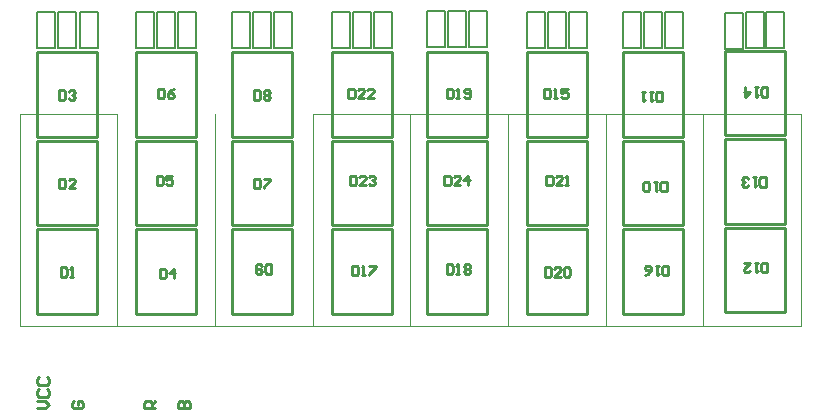
<source format=gbr>
%TF.GenerationSoftware,Altium Limited,Altium Designer,24.3.1 (35)*%
G04 Layer_Color=65535*
%FSLAX45Y45*%
%MOMM*%
%TF.SameCoordinates,A20972E9-028A-4597-9386-5314E3457622*%
%TF.FilePolarity,Positive*%
%TF.FileFunction,Legend,Top*%
%TF.Part,Single*%
G01*
G75*
%TA.AperFunction,NonConductor*%
%ADD16C,0.25400*%
%ADD17C,0.20000*%
%ADD18C,0.01270*%
D16*
X5981700Y1524000D02*
Y2243137D01*
X6489700Y1524000D02*
Y2243137D01*
X5981700Y1524000D02*
X6489700D01*
X5981700Y2243137D02*
X6489700D01*
X152400Y3009900D02*
Y3729037D01*
X660400Y3009900D02*
Y3729037D01*
X152400Y3009900D02*
X660400D01*
X152400Y3729037D02*
X660400D01*
X5981700Y3022600D02*
Y3741737D01*
X6489700Y3022600D02*
Y3741737D01*
X5981700Y3022600D02*
X6489700D01*
X5981700Y3741737D02*
X6489700D01*
X5981700Y2273300D02*
Y2992438D01*
X6489700Y2273300D02*
Y2992438D01*
X5981700Y2273300D02*
X6489700D01*
X5981700Y2992438D02*
X6489700D01*
X5118100Y3009900D02*
Y3729037D01*
X5626100Y3009900D02*
Y3729037D01*
X5118100Y3009900D02*
X5626100D01*
X5118100Y3729037D02*
X5626100D01*
X4305300Y3009900D02*
Y3729037D01*
X4813300Y3009900D02*
Y3729037D01*
X4305300Y3009900D02*
X4813300D01*
X4305300Y3729037D02*
X4813300D01*
X5118100Y2260600D02*
Y2979737D01*
X5626100Y2260600D02*
Y2979737D01*
X5118100Y2260600D02*
X5626100D01*
X5118100Y2979737D02*
X5626100D01*
X5118100Y1511300D02*
Y2230438D01*
X5626100Y1511300D02*
Y2230438D01*
X5118100Y1511300D02*
X5626100D01*
X5118100Y2230438D02*
X5626100D01*
X4305300Y2260600D02*
Y2979737D01*
X4813300Y2260600D02*
Y2979737D01*
X4305300Y2260600D02*
X4813300D01*
X4305300Y2979737D02*
X4813300D01*
X4305300Y1511300D02*
Y2230438D01*
X4813300Y1511300D02*
Y2230438D01*
X4305300Y1511300D02*
X4813300D01*
X4305300Y2230438D02*
X4813300D01*
X3454400Y3009900D02*
Y3729037D01*
X3962400Y3009900D02*
Y3729037D01*
X3454400Y3009900D02*
X3962400D01*
X3454400Y3729037D02*
X3962400D01*
X3454400Y2260600D02*
Y2979737D01*
X3962400Y2260600D02*
Y2979737D01*
X3454400Y2260600D02*
X3962400D01*
X3454400Y2979737D02*
X3962400D01*
X3454400Y1511300D02*
Y2230438D01*
X3962400Y1511300D02*
Y2230438D01*
X3454400Y1511300D02*
X3962400D01*
X3454400Y2230438D02*
X3962400D01*
X2654300Y3009900D02*
Y3729037D01*
X3162300Y3009900D02*
Y3729037D01*
X2654300Y3009900D02*
X3162300D01*
X2654300Y3729037D02*
X3162300D01*
X2654300Y2260600D02*
Y2979737D01*
X3162300Y2260600D02*
Y2979737D01*
X2654300Y2260600D02*
X3162300D01*
X2654300Y2979737D02*
X3162300D01*
X2654300Y1511300D02*
Y2230438D01*
X3162300Y1511300D02*
Y2230438D01*
X2654300Y1511300D02*
X3162300D01*
X2654300Y2230438D02*
X3162300D01*
X1803400Y3009900D02*
Y3729037D01*
X2311400Y3009900D02*
Y3729037D01*
X1803400Y3009900D02*
X2311400D01*
X1803400Y3729037D02*
X2311400D01*
X1803400Y2260600D02*
Y2979737D01*
X2311400Y2260600D02*
Y2979737D01*
X1803400Y2260600D02*
X2311400D01*
X1803400Y2979737D02*
X2311400D01*
X152400Y1511300D02*
Y2230438D01*
X660400Y1511300D02*
Y2230438D01*
X152400Y1511300D02*
X660400D01*
X152400Y2230438D02*
X660400D01*
X990600Y3009900D02*
Y3729037D01*
X1498600Y3009900D02*
Y3729037D01*
X990600Y3009900D02*
X1498600D01*
X990600Y3729037D02*
X1498600D01*
X990600Y2260600D02*
Y2979737D01*
X1498600Y2260600D02*
Y2979737D01*
X990600Y2260600D02*
X1498600D01*
X990600Y2979737D02*
X1498600D01*
X990600Y1511300D02*
Y2230438D01*
X1498600Y1511300D02*
Y2230438D01*
X990600Y1511300D02*
X1498600D01*
X990600Y2230438D02*
X1498600D01*
X1803400Y1511300D02*
Y2230438D01*
X2311400Y1511300D02*
Y2230438D01*
X1803400Y1511300D02*
X2311400D01*
X1803400Y2230438D02*
X2311400D01*
X152400Y2260600D02*
Y2979737D01*
X660400Y2260600D02*
Y2979737D01*
X152400Y2260600D02*
X660400D01*
X152400Y2979737D02*
X660400D01*
X1347832Y711200D02*
X1447800D01*
Y761184D01*
X1431139Y777845D01*
X1414477D01*
X1397816Y761184D01*
Y711200D01*
Y761184D01*
X1381155Y777845D01*
X1364494D01*
X1347832Y761184D01*
Y711200D01*
X1155700D02*
X1055732D01*
Y761184D01*
X1072394Y777845D01*
X1105716D01*
X1122377Y761184D01*
Y711200D01*
Y744523D02*
X1155700Y777845D01*
X462794D02*
X446132Y761184D01*
Y727861D01*
X462794Y711200D01*
X529439D01*
X546100Y727861D01*
Y761184D01*
X529439Y777845D01*
X496116D01*
Y744523D01*
X154032Y711200D02*
X220677D01*
X254000Y744523D01*
X220677Y777845D01*
X154032D01*
X170694Y877813D02*
X154032Y861152D01*
Y827829D01*
X170694Y811168D01*
X237339D01*
X254000Y827829D01*
Y861152D01*
X237339Y877813D01*
X170694Y977781D02*
X154032Y961119D01*
Y927797D01*
X170694Y911136D01*
X237339D01*
X254000Y927797D01*
Y961119D01*
X237339Y977781D01*
X3601768Y2681587D02*
Y2601613D01*
X3641755D01*
X3655084Y2614942D01*
Y2668258D01*
X3641755Y2681587D01*
X3601768D01*
X3735058Y2601613D02*
X3681742D01*
X3735058Y2654929D01*
Y2668258D01*
X3721729Y2681587D01*
X3695071D01*
X3681742Y2668258D01*
X3801703Y2601613D02*
Y2681587D01*
X3761716Y2641600D01*
X3815032D01*
X2801668Y2681587D02*
Y2601613D01*
X2841655D01*
X2854984Y2614942D01*
Y2668258D01*
X2841655Y2681587D01*
X2801668D01*
X2934958Y2601613D02*
X2881642D01*
X2934958Y2654929D01*
Y2668258D01*
X2921629Y2681587D01*
X2894971D01*
X2881642Y2668258D01*
X2961616D02*
X2974945Y2681587D01*
X3001603D01*
X3014932Y2668258D01*
Y2654929D01*
X3001603Y2641600D01*
X2988274D01*
X3001603D01*
X3014932Y2628271D01*
Y2614942D01*
X3001603Y2601613D01*
X2974945D01*
X2961616Y2614942D01*
X2788968Y3418187D02*
Y3338213D01*
X2828955D01*
X2842284Y3351542D01*
Y3404858D01*
X2828955Y3418187D01*
X2788968D01*
X2922258Y3338213D02*
X2868942D01*
X2922258Y3391529D01*
Y3404858D01*
X2908929Y3418187D01*
X2882271D01*
X2868942Y3404858D01*
X3002232Y3338213D02*
X2948916D01*
X3002232Y3391529D01*
Y3404858D01*
X2988903Y3418187D01*
X2962245D01*
X2948916Y3404858D01*
X4465997Y2681587D02*
Y2601613D01*
X4505984D01*
X4519313Y2614942D01*
Y2668258D01*
X4505984Y2681587D01*
X4465997D01*
X4599287Y2601613D02*
X4545971D01*
X4599287Y2654929D01*
Y2668258D01*
X4585958Y2681587D01*
X4559300D01*
X4545971Y2668258D01*
X4625945Y2601613D02*
X4652603D01*
X4639274D01*
Y2681587D01*
X4625945Y2668258D01*
X4452668Y1906887D02*
Y1826913D01*
X4492655D01*
X4505984Y1840242D01*
Y1893558D01*
X4492655Y1906887D01*
X4452668D01*
X4585958Y1826913D02*
X4532642D01*
X4585958Y1880229D01*
Y1893558D01*
X4572629Y1906887D01*
X4545971D01*
X4532642Y1893558D01*
X4612616D02*
X4625945Y1906887D01*
X4652603D01*
X4665932Y1893558D01*
Y1840242D01*
X4652603Y1826913D01*
X4625945D01*
X4612616Y1840242D01*
Y1893558D01*
X3621132Y3418187D02*
Y3338213D01*
X3661119D01*
X3674448Y3351542D01*
Y3404858D01*
X3661119Y3418187D01*
X3621132D01*
X3701106Y3338213D02*
X3727764D01*
X3714436D01*
Y3418187D01*
X3701106Y3404858D01*
X3767752Y3351542D02*
X3781081Y3338213D01*
X3807739D01*
X3821068Y3351542D01*
Y3404858D01*
X3807739Y3418187D01*
X3781081D01*
X3767752Y3404858D01*
Y3391529D01*
X3781081Y3378200D01*
X3821068D01*
X3621132Y1932287D02*
Y1852313D01*
X3661119D01*
X3674448Y1865642D01*
Y1918958D01*
X3661119Y1932287D01*
X3621132D01*
X3701106Y1852313D02*
X3727764D01*
X3714436D01*
Y1932287D01*
X3701106Y1918958D01*
X3767752D02*
X3781081Y1932287D01*
X3807739D01*
X3821068Y1918958D01*
Y1905629D01*
X3807739Y1892300D01*
X3821068Y1878971D01*
Y1865642D01*
X3807739Y1852313D01*
X3781081D01*
X3767752Y1865642D01*
Y1878971D01*
X3781081Y1892300D01*
X3767752Y1905629D01*
Y1918958D01*
X3781081Y1892300D02*
X3807739D01*
X2821032Y1919587D02*
Y1839613D01*
X2861019D01*
X2874348Y1852942D01*
Y1906258D01*
X2861019Y1919587D01*
X2821032D01*
X2901006Y1839613D02*
X2927664D01*
X2914336D01*
Y1919587D01*
X2901006Y1906258D01*
X2967652Y1919587D02*
X3020968D01*
Y1906258D01*
X2967652Y1852942D01*
Y1839613D01*
X5497468Y1839613D02*
Y1919587D01*
X5457481D01*
X5444152Y1906258D01*
Y1852942D01*
X5457481Y1839613D01*
X5497468D01*
X5417494Y1919587D02*
X5390836D01*
X5404164D01*
Y1839613D01*
X5417494Y1852942D01*
X5297532Y1839613D02*
X5324190Y1852942D01*
X5350848Y1879600D01*
Y1906258D01*
X5337519Y1919587D01*
X5310861D01*
X5297532Y1906258D01*
Y1892929D01*
X5310861Y1879600D01*
X5350848D01*
X4446632Y3418187D02*
Y3338213D01*
X4486619D01*
X4499948Y3351542D01*
Y3404858D01*
X4486619Y3418187D01*
X4446632D01*
X4526606Y3338213D02*
X4553264D01*
X4539936D01*
Y3418187D01*
X4526606Y3404858D01*
X4646568Y3418187D02*
X4593252D01*
Y3378200D01*
X4619910Y3391529D01*
X4633239D01*
X4646568Y3378200D01*
Y3351542D01*
X4633239Y3338213D01*
X4606581D01*
X4593252Y3351542D01*
X6335668Y3350913D02*
Y3430887D01*
X6295681D01*
X6282352Y3417558D01*
Y3364242D01*
X6295681Y3350913D01*
X6335668D01*
X6255694Y3430887D02*
X6229036D01*
X6242364D01*
Y3350913D01*
X6255694Y3364242D01*
X6149061Y3430887D02*
Y3350913D01*
X6189048Y3390900D01*
X6135732D01*
X6322968Y2588913D02*
Y2668887D01*
X6282981D01*
X6269652Y2655558D01*
Y2602242D01*
X6282981Y2588913D01*
X6322968D01*
X6242994Y2668887D02*
X6216336D01*
X6229664D01*
Y2588913D01*
X6242994Y2602242D01*
X6176348D02*
X6163019Y2588913D01*
X6136361D01*
X6123032Y2602242D01*
Y2615571D01*
X6136361Y2628900D01*
X6149690D01*
X6136361D01*
X6123032Y2642229D01*
Y2655558D01*
X6136361Y2668887D01*
X6163019D01*
X6176348Y2655558D01*
X6335668Y1865013D02*
Y1944987D01*
X6295681D01*
X6282352Y1931658D01*
Y1878342D01*
X6295681Y1865013D01*
X6335668D01*
X6255694Y1944987D02*
X6229036D01*
X6242364D01*
Y1865013D01*
X6255694Y1878342D01*
X6135732Y1944987D02*
X6189048D01*
X6135732Y1891671D01*
Y1878342D01*
X6149061Y1865013D01*
X6175719D01*
X6189048Y1878342D01*
X5446039Y3312813D02*
Y3392787D01*
X5406051D01*
X5392723Y3379458D01*
Y3326142D01*
X5406051Y3312813D01*
X5446039D01*
X5366064Y3392787D02*
X5339406D01*
X5352735D01*
Y3312813D01*
X5366064Y3326142D01*
X5299419Y3392787D02*
X5272761D01*
X5286090D01*
Y3312813D01*
X5299419Y3326142D01*
X5484768Y2550813D02*
Y2630787D01*
X5444781D01*
X5431452Y2617458D01*
Y2564142D01*
X5444781Y2550813D01*
X5484768D01*
X5404794Y2630787D02*
X5378136D01*
X5391464D01*
Y2550813D01*
X5404794Y2564142D01*
X5338148D02*
X5324819Y2550813D01*
X5298161D01*
X5284832Y2564142D01*
Y2617458D01*
X5298161Y2630787D01*
X5324819D01*
X5338148Y2617458D01*
Y2564142D01*
X2136745Y1852313D02*
Y1932287D01*
X2096758D01*
X2083429Y1918958D01*
Y1865642D01*
X2096758Y1852313D01*
X2136745D01*
X2056771Y1918958D02*
X2043442Y1932287D01*
X2016784D01*
X2003455Y1918958D01*
Y1865642D01*
X2016784Y1852313D01*
X2043442D01*
X2056771Y1865642D01*
Y1878971D01*
X2043442Y1892300D01*
X2003455D01*
X1990755Y3405487D02*
Y3325513D01*
X2030742D01*
X2044071Y3338842D01*
Y3392158D01*
X2030742Y3405487D01*
X1990755D01*
X2070729Y3392158D02*
X2084058Y3405487D01*
X2110716D01*
X2124045Y3392158D01*
Y3378829D01*
X2110716Y3365500D01*
X2124045Y3352171D01*
Y3338842D01*
X2110716Y3325513D01*
X2084058D01*
X2070729Y3338842D01*
Y3352171D01*
X2084058Y3365500D01*
X2070729Y3378829D01*
Y3392158D01*
X2084058Y3365500D02*
X2110716D01*
X1990755Y2656187D02*
Y2576213D01*
X2030742D01*
X2044071Y2589542D01*
Y2642858D01*
X2030742Y2656187D01*
X1990755D01*
X2070729D02*
X2124045D01*
Y2642858D01*
X2070729Y2589542D01*
Y2576213D01*
X1177955Y3418187D02*
Y3338213D01*
X1217942D01*
X1231271Y3351542D01*
Y3404858D01*
X1217942Y3418187D01*
X1177955D01*
X1311245D02*
X1284587Y3404858D01*
X1257929Y3378200D01*
Y3351542D01*
X1271258Y3338213D01*
X1297916D01*
X1311245Y3351542D01*
Y3364871D01*
X1297916Y3378200D01*
X1257929D01*
X1165255Y2681587D02*
Y2601613D01*
X1205242D01*
X1218571Y2614942D01*
Y2668258D01*
X1205242Y2681587D01*
X1165255D01*
X1298545D02*
X1245229D01*
Y2641600D01*
X1271887Y2654929D01*
X1285216D01*
X1298545Y2641600D01*
Y2614942D01*
X1285216Y2601613D01*
X1258558D01*
X1245229Y2614942D01*
X1190655Y1894187D02*
Y1814213D01*
X1230642D01*
X1243971Y1827542D01*
Y1880858D01*
X1230642Y1894187D01*
X1190655D01*
X1310616Y1814213D02*
Y1894187D01*
X1270629Y1854200D01*
X1323945D01*
X339755Y3405487D02*
Y3325513D01*
X379742D01*
X393071Y3338842D01*
Y3392158D01*
X379742Y3405487D01*
X339755D01*
X419729Y3392158D02*
X433058Y3405487D01*
X459716D01*
X473045Y3392158D01*
Y3378829D01*
X459716Y3365500D01*
X446387D01*
X459716D01*
X473045Y3352171D01*
Y3338842D01*
X459716Y3325513D01*
X433058D01*
X419729Y3338842D01*
X339755Y2656187D02*
Y2576213D01*
X379742D01*
X393071Y2589542D01*
Y2642858D01*
X379742Y2656187D01*
X339755D01*
X473045Y2576213D02*
X419729D01*
X473045Y2629529D01*
Y2642858D01*
X459716Y2656187D01*
X433058D01*
X419729Y2642858D01*
X353084Y1906887D02*
Y1826913D01*
X393071D01*
X406400Y1840242D01*
Y1893558D01*
X393071Y1906887D01*
X353084D01*
X433058Y1826913D02*
X459716D01*
X446387D01*
Y1906887D01*
X433058Y1893558D01*
D17*
X520700Y3759200D02*
Y4064000D01*
Y3759200D02*
X673100D01*
X520700Y4064000D02*
X673100D01*
Y3759200D02*
Y4064000D01*
X330200Y3759200D02*
Y4064000D01*
Y3759200D02*
X482600D01*
X330200Y4064000D02*
X482600D01*
Y3759200D02*
Y4064000D01*
X152400Y3759200D02*
Y4064000D01*
Y3759200D02*
X304800D01*
X152400Y4064000D02*
X304800D01*
Y3759200D02*
Y4064000D01*
X2133600Y3759200D02*
Y4064000D01*
X1981200D02*
X2133600D01*
X1981200Y3759200D02*
X2133600D01*
X1981200D02*
Y4064000D01*
X1320800Y3759200D02*
Y4064000D01*
X1168400D02*
X1320800D01*
X1168400Y3759200D02*
X1320800D01*
X1168400D02*
Y4064000D01*
X2311416Y3760800D02*
Y4065600D01*
X2159016D02*
X2311416D01*
X2159016Y3760800D02*
X2311416D01*
X2159016D02*
Y4065600D01*
X1498600Y3759200D02*
Y4064000D01*
X1346200D02*
X1498600D01*
X1346200Y3759200D02*
X1498600D01*
X1346200D02*
Y4064000D01*
X1143000Y3759200D02*
Y4064000D01*
X990600D02*
X1143000D01*
X990600Y3759200D02*
X1143000D01*
X990600D02*
Y4064000D01*
X5270500Y3759200D02*
Y4064000D01*
X5118100D02*
X5270500D01*
X5118100Y3759200D02*
X5270500D01*
X5118100D02*
Y4064000D01*
X6311900Y3759200D02*
Y4064000D01*
X6159500D02*
X6311900D01*
X6159500Y3759200D02*
X6311900D01*
X6159500D02*
Y4064000D01*
X4635500Y3759200D02*
Y4064000D01*
X4483100D02*
X4635500D01*
X4483100Y3759200D02*
X4635500D01*
X4483100D02*
Y4064000D01*
X6477000Y3759200D02*
Y4064000D01*
X6324600D02*
X6477000D01*
X6324600Y3759200D02*
X6477000D01*
X6324600D02*
Y4064000D01*
X6134116Y3757600D02*
Y4062400D01*
X5981716D02*
X6134116D01*
X5981716Y3757600D02*
X6134116D01*
X5981716D02*
Y4062400D01*
X5448300Y3759200D02*
Y4064000D01*
X5295900D02*
X5448300D01*
X5295900Y3759200D02*
X5448300D01*
X5295900D02*
Y4064000D01*
X5626100Y3759200D02*
Y4064000D01*
X5473700D02*
X5626100D01*
X5473700Y3759200D02*
X5626100D01*
X5473700D02*
Y4064000D01*
X1955800Y3759200D02*
Y4064000D01*
X1803400D02*
X1955800D01*
X1803400Y3759200D02*
X1955800D01*
X1803400D02*
Y4064000D01*
X3962400Y3771900D02*
Y4076700D01*
X3810000D02*
X3962400D01*
X3810000Y3771900D02*
X3962400D01*
X3810000D02*
Y4076700D01*
X2984500Y3759200D02*
Y4064000D01*
X2832100D02*
X2984500D01*
X2832100Y3759200D02*
X2984500D01*
X2832100D02*
Y4064000D01*
X3162300Y3759200D02*
Y4064000D01*
X3009900D02*
X3162300D01*
X3009900Y3759200D02*
X3162300D01*
X3009900D02*
Y4064000D01*
X4813300Y3759200D02*
Y4064000D01*
X4660900D02*
X4813300D01*
X4660900Y3759200D02*
X4813300D01*
X4660900D02*
Y4064000D01*
X4457700Y3759200D02*
Y4064000D01*
X4305300D02*
X4457700D01*
X4305300Y3759200D02*
X4457700D01*
X4305300D02*
Y4064000D01*
X3784600Y3771900D02*
Y4076700D01*
X3632200D02*
X3784600D01*
X3632200Y3771900D02*
X3784600D01*
X3632200D02*
Y4076700D01*
X3606816Y3770300D02*
Y4075100D01*
X3454416D02*
X3606816D01*
X3454416Y3770300D02*
X3606816D01*
X3454416D02*
Y4075100D01*
X2806700Y3759200D02*
Y4064000D01*
X2654300D02*
X2806700D01*
X2654300Y3759200D02*
X2806700D01*
X2654300D02*
Y4064000D01*
D18*
X832698Y1407701D02*
Y3207701D01*
Y1407701D02*
Y3207701D01*
X1659598D02*
X1659698D01*
X1659598Y1407701D02*
Y3207701D01*
Y1407701D02*
Y3207701D01*
X3313598Y1407701D02*
X3313698D01*
X2486598D02*
X2486698D01*
X1659598D02*
X1659698D01*
X6621648D02*
Y3207701D01*
X2486698D02*
X3313598D01*
X2486698Y1407701D02*
Y3207701D01*
Y1407701D02*
X3313598D01*
X1659698D02*
Y3207701D01*
Y1407701D02*
X2486598D01*
Y3207701D02*
X2486698D01*
X5648Y1407701D02*
Y3207701D01*
X832598D01*
X5648Y1407701D02*
Y3207701D01*
Y1407701D02*
X832598D01*
X5794598D02*
Y3207701D01*
X3313698D02*
X4140598D01*
X3313698Y1407701D02*
Y3207701D01*
Y1407701D02*
X4140598D01*
X5794598D02*
Y3207701D01*
X4967598Y1407701D02*
Y3207701D01*
X4967698Y1407701D02*
Y3207701D01*
X4967598Y1407701D02*
Y3207701D01*
X4140598Y1407701D02*
Y3207701D01*
X4140698Y1407701D02*
Y3207701D01*
X4140598Y1407701D02*
Y3207701D01*
X3313598Y1407701D02*
Y3207701D01*
X3313698Y1407701D02*
Y3207701D01*
X3313598Y1407701D02*
Y3207701D01*
X5794698D02*
X6621648D01*
X5794698Y1407701D02*
Y3207701D01*
Y1407701D02*
X6621648D01*
Y3207701D01*
X832698Y1407701D02*
X1659598D01*
X2486598D02*
Y3207701D01*
Y1407701D02*
Y3207701D01*
X1659698Y1407701D02*
Y3207701D01*
X5648Y1407701D02*
X6621648D01*
X832598D02*
Y3207701D01*
X832698Y1407701D02*
Y3207701D01*
X3313598D02*
X3313698D01*
X4140598D02*
X4140698D01*
X2486698Y1407701D02*
Y3207701D01*
X5794598Y1407701D02*
X5794698D01*
X4967598D02*
X4967698D01*
X4967598Y3207701D02*
X4967698D01*
X5794598D02*
X5794698D01*
X4967698D02*
X5794598D01*
X4967698Y1407701D02*
Y3207701D01*
Y1407701D02*
X5794598D01*
X4140598D02*
X4140698D01*
X5794698D02*
Y3207701D01*
X4140698D02*
X4967598D01*
X4140698Y1407701D02*
Y3207701D01*
Y1407701D02*
X4967598D01*
%TF.MD5,eac935751bb278ef31eb58c723d94799*%
M02*

</source>
